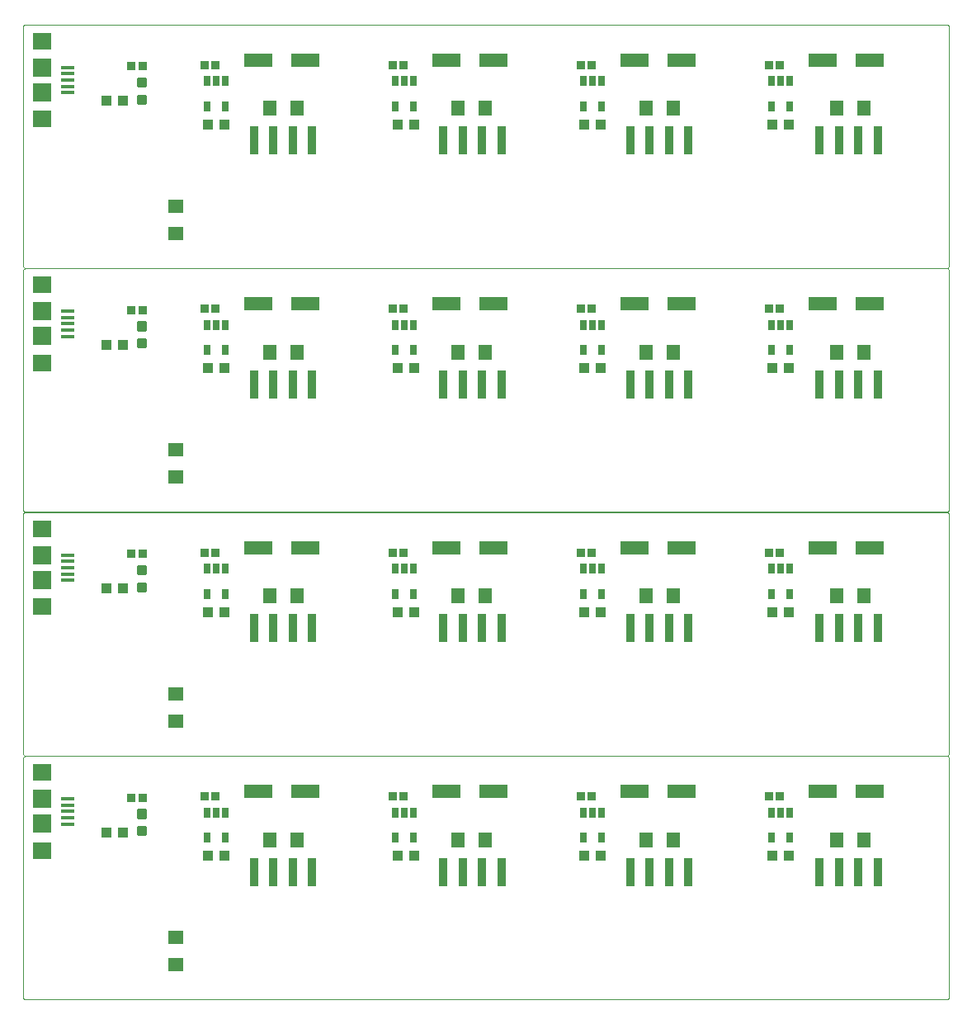
<source format=gtp>
G75*
G70*
%OFA0B0*%
%FSLAX24Y24*%
%IPPOS*%
%LPD*%
%AMOC8*
5,1,8,0,0,1.08239X$1,22.5*
%
%ADD10C,0.0000*%
%ADD11R,0.0354X0.1181*%
%ADD12R,0.0433X0.0394*%
%ADD13R,0.0630X0.0551*%
%ADD14R,0.0272X0.0390*%
%ADD15R,0.0551X0.0138*%
%ADD16R,0.0748X0.0709*%
%ADD17R,0.0748X0.0748*%
%ADD18R,0.0335X0.0354*%
%ADD19R,0.1181X0.0551*%
%ADD20R,0.0551X0.0630*%
%ADD21C,0.0118*%
D10*
X000800Y000900D02*
X000800Y010543D01*
X000802Y010560D01*
X000806Y010577D01*
X000813Y010593D01*
X000823Y010607D01*
X000836Y010620D01*
X000850Y010630D01*
X000866Y010637D01*
X000883Y010641D01*
X000900Y010643D01*
X038102Y010643D01*
X038102Y010650D02*
X000900Y010650D01*
X000883Y010652D01*
X000866Y010656D01*
X000850Y010663D01*
X000836Y010673D01*
X000823Y010686D01*
X000813Y010700D01*
X000806Y010716D01*
X000802Y010733D01*
X000800Y010750D01*
X000800Y020393D01*
X000802Y020410D01*
X000806Y020427D01*
X000813Y020443D01*
X000823Y020457D01*
X000836Y020470D01*
X000850Y020480D01*
X000866Y020487D01*
X000883Y020491D01*
X000900Y020493D01*
X038102Y020493D01*
X038102Y020500D02*
X000900Y020500D01*
X000883Y020502D01*
X000866Y020506D01*
X000850Y020513D01*
X000836Y020523D01*
X000823Y020536D01*
X000813Y020550D01*
X000806Y020566D01*
X000802Y020583D01*
X000800Y020600D01*
X000800Y030243D01*
X000802Y030260D01*
X000806Y030277D01*
X000813Y030293D01*
X000823Y030307D01*
X000836Y030320D01*
X000850Y030330D01*
X000866Y030337D01*
X000883Y030341D01*
X000900Y030343D01*
X038102Y030343D01*
X038102Y030350D02*
X000900Y030350D01*
X000883Y030352D01*
X000866Y030356D01*
X000850Y030363D01*
X000836Y030373D01*
X000823Y030386D01*
X000813Y030400D01*
X000806Y030416D01*
X000802Y030433D01*
X000800Y030450D01*
X000800Y040093D01*
X000802Y040110D01*
X000806Y040127D01*
X000813Y040143D01*
X000823Y040157D01*
X000836Y040170D01*
X000850Y040180D01*
X000866Y040187D01*
X000883Y040191D01*
X000900Y040193D01*
X038102Y040193D01*
X038119Y040191D01*
X038136Y040187D01*
X038152Y040180D01*
X038166Y040170D01*
X038179Y040157D01*
X038189Y040143D01*
X038196Y040127D01*
X038200Y040110D01*
X038202Y040093D01*
X038202Y030450D01*
X038200Y030433D01*
X038196Y030416D01*
X038189Y030400D01*
X038179Y030386D01*
X038166Y030373D01*
X038152Y030363D01*
X038136Y030356D01*
X038119Y030352D01*
X038102Y030350D01*
X038102Y030343D02*
X038119Y030341D01*
X038136Y030337D01*
X038152Y030330D01*
X038166Y030320D01*
X038179Y030307D01*
X038189Y030293D01*
X038196Y030277D01*
X038200Y030260D01*
X038202Y030243D01*
X038202Y020600D01*
X038200Y020583D01*
X038196Y020566D01*
X038189Y020550D01*
X038179Y020536D01*
X038166Y020523D01*
X038152Y020513D01*
X038136Y020506D01*
X038119Y020502D01*
X038102Y020500D01*
X038102Y020493D02*
X038119Y020491D01*
X038136Y020487D01*
X038152Y020480D01*
X038166Y020470D01*
X038179Y020457D01*
X038189Y020443D01*
X038196Y020427D01*
X038200Y020410D01*
X038202Y020393D01*
X038202Y010750D01*
X038200Y010733D01*
X038196Y010716D01*
X038189Y010700D01*
X038179Y010686D01*
X038166Y010673D01*
X038152Y010663D01*
X038136Y010656D01*
X038119Y010652D01*
X038102Y010650D01*
X038102Y010643D02*
X038119Y010641D01*
X038136Y010637D01*
X038152Y010630D01*
X038166Y010620D01*
X038179Y010607D01*
X038189Y010593D01*
X038196Y010577D01*
X038200Y010560D01*
X038202Y010543D01*
X038202Y000900D01*
X038200Y000883D01*
X038196Y000866D01*
X038189Y000850D01*
X038179Y000836D01*
X038166Y000823D01*
X038152Y000813D01*
X038136Y000806D01*
X038119Y000802D01*
X038102Y000800D01*
X000900Y000800D01*
X000883Y000802D01*
X000866Y000806D01*
X000850Y000813D01*
X000836Y000823D01*
X000823Y000836D01*
X000813Y000850D01*
X000806Y000866D01*
X000802Y000883D01*
X000800Y000900D01*
D11*
X010119Y005958D03*
X010906Y005958D03*
X011694Y005958D03*
X012481Y005958D03*
X017769Y005958D03*
X018556Y005958D03*
X019344Y005958D03*
X020131Y005958D03*
X025319Y005958D03*
X026106Y005958D03*
X026894Y005958D03*
X027681Y005958D03*
X032969Y005958D03*
X033756Y005958D03*
X034544Y005958D03*
X035331Y005958D03*
X035331Y015808D03*
X034544Y015808D03*
X033756Y015808D03*
X032969Y015808D03*
X027681Y015808D03*
X026894Y015808D03*
X026106Y015808D03*
X025319Y015808D03*
X020131Y015808D03*
X019344Y015808D03*
X018556Y015808D03*
X017769Y015808D03*
X012481Y015808D03*
X011694Y015808D03*
X010906Y015808D03*
X010119Y015808D03*
X010119Y025658D03*
X010906Y025658D03*
X011694Y025658D03*
X012481Y025658D03*
X017769Y025658D03*
X018556Y025658D03*
X019344Y025658D03*
X020131Y025658D03*
X025319Y025658D03*
X026106Y025658D03*
X026894Y025658D03*
X027681Y025658D03*
X032969Y025658D03*
X033756Y025658D03*
X034544Y025658D03*
X035331Y025658D03*
X035331Y035508D03*
X034544Y035508D03*
X033756Y035508D03*
X032969Y035508D03*
X027681Y035508D03*
X026894Y035508D03*
X026106Y035508D03*
X025319Y035508D03*
X020131Y035508D03*
X019344Y035508D03*
X018556Y035508D03*
X017769Y035508D03*
X012481Y035508D03*
X011694Y035508D03*
X010906Y035508D03*
X010119Y035508D03*
D12*
X008935Y036150D03*
X008265Y036150D03*
X004835Y037100D03*
X004165Y037100D03*
X004165Y027250D03*
X004835Y027250D03*
X008265Y026300D03*
X008935Y026300D03*
X015915Y026300D03*
X016585Y026300D03*
X023465Y026300D03*
X024135Y026300D03*
X031065Y026300D03*
X031735Y026300D03*
X031735Y036150D03*
X031065Y036150D03*
X024135Y036150D03*
X023465Y036150D03*
X016585Y036150D03*
X015915Y036150D03*
X004835Y017400D03*
X004165Y017400D03*
X008265Y016450D03*
X008935Y016450D03*
X015915Y016450D03*
X016585Y016450D03*
X023465Y016450D03*
X024135Y016450D03*
X031065Y016450D03*
X031735Y016450D03*
X031735Y006600D03*
X031065Y006600D03*
X024135Y006600D03*
X023465Y006600D03*
X016585Y006600D03*
X015915Y006600D03*
X008935Y006600D03*
X008265Y006600D03*
X004835Y007550D03*
X004165Y007550D03*
D13*
X006950Y003301D03*
X006950Y002199D03*
X006950Y012049D03*
X006950Y013151D03*
X006950Y021899D03*
X006950Y023001D03*
X006950Y031749D03*
X006950Y032851D03*
D14*
X008226Y036888D03*
X008974Y036888D03*
X008974Y037908D03*
X008600Y037908D03*
X008226Y037908D03*
X015826Y037908D03*
X016200Y037908D03*
X016574Y037908D03*
X016574Y036888D03*
X015826Y036888D03*
X023426Y036888D03*
X024174Y036888D03*
X024174Y037908D03*
X023800Y037908D03*
X023426Y037908D03*
X031026Y037908D03*
X031400Y037908D03*
X031774Y037908D03*
X031774Y036888D03*
X031026Y036888D03*
X031026Y028058D03*
X031400Y028058D03*
X031774Y028058D03*
X031774Y027038D03*
X031026Y027038D03*
X024174Y027038D03*
X023426Y027038D03*
X023426Y028058D03*
X023800Y028058D03*
X024174Y028058D03*
X016574Y028058D03*
X016200Y028058D03*
X015826Y028058D03*
X015826Y027038D03*
X016574Y027038D03*
X008974Y027038D03*
X008226Y027038D03*
X008226Y028058D03*
X008600Y028058D03*
X008974Y028058D03*
X008974Y018208D03*
X008600Y018208D03*
X008226Y018208D03*
X008226Y017188D03*
X008974Y017188D03*
X015826Y017188D03*
X016574Y017188D03*
X016574Y018208D03*
X016200Y018208D03*
X015826Y018208D03*
X023426Y018208D03*
X023800Y018208D03*
X024174Y018208D03*
X024174Y017188D03*
X023426Y017188D03*
X031026Y017188D03*
X031774Y017188D03*
X031774Y018208D03*
X031400Y018208D03*
X031026Y018208D03*
X031026Y008358D03*
X031400Y008358D03*
X031774Y008358D03*
X031774Y007338D03*
X031026Y007338D03*
X024174Y007338D03*
X023426Y007338D03*
X023426Y008358D03*
X023800Y008358D03*
X024174Y008358D03*
X016574Y008358D03*
X016200Y008358D03*
X015826Y008358D03*
X015826Y007338D03*
X016574Y007338D03*
X008974Y007338D03*
X008226Y007338D03*
X008226Y008358D03*
X008600Y008358D03*
X008974Y008358D03*
D15*
X002593Y008400D03*
X002593Y008144D03*
X002593Y007888D03*
X002593Y008656D03*
X002593Y008912D03*
X002593Y017738D03*
X002593Y017994D03*
X002593Y018250D03*
X002593Y018506D03*
X002593Y018762D03*
X002593Y027588D03*
X002593Y027844D03*
X002593Y028100D03*
X002593Y028356D03*
X002593Y028612D03*
X002593Y037438D03*
X002593Y037694D03*
X002593Y037950D03*
X002593Y038206D03*
X002593Y038462D03*
D16*
X001550Y039525D03*
X001550Y036375D03*
X001550Y029675D03*
X001550Y026525D03*
X001550Y019825D03*
X001550Y016675D03*
X001550Y009975D03*
X001550Y006825D03*
D17*
X001550Y007900D03*
X001550Y008900D03*
X001550Y017750D03*
X001550Y018750D03*
X001550Y027600D03*
X001550Y028600D03*
X001550Y037450D03*
X001550Y038450D03*
D18*
X005172Y038500D03*
X005628Y038500D03*
X008122Y038550D03*
X008578Y038550D03*
X015722Y038550D03*
X016178Y038550D03*
X023322Y038550D03*
X023778Y038550D03*
X030922Y038550D03*
X031378Y038550D03*
X031378Y028700D03*
X030922Y028700D03*
X023778Y028700D03*
X023322Y028700D03*
X016178Y028700D03*
X015722Y028700D03*
X008578Y028700D03*
X008122Y028700D03*
X005628Y028650D03*
X005172Y028650D03*
X005172Y018800D03*
X005628Y018800D03*
X008122Y018850D03*
X008578Y018850D03*
X015722Y018850D03*
X016178Y018850D03*
X023322Y018850D03*
X023778Y018850D03*
X030922Y018850D03*
X031378Y018850D03*
X031378Y009000D03*
X030922Y009000D03*
X023778Y009000D03*
X023322Y009000D03*
X016178Y009000D03*
X015722Y009000D03*
X008578Y009000D03*
X008122Y009000D03*
X005628Y008950D03*
X005172Y008950D03*
D19*
X010305Y009200D03*
X012195Y009200D03*
X017905Y009200D03*
X019795Y009200D03*
X025505Y009200D03*
X027395Y009200D03*
X033105Y009200D03*
X034995Y009200D03*
X034995Y019050D03*
X033105Y019050D03*
X027395Y019050D03*
X025505Y019050D03*
X019795Y019050D03*
X017905Y019050D03*
X012195Y019050D03*
X010305Y019050D03*
X010305Y028900D03*
X012195Y028900D03*
X017905Y028900D03*
X019795Y028900D03*
X025505Y028900D03*
X027395Y028900D03*
X033105Y028900D03*
X034995Y028900D03*
X034995Y038750D03*
X033105Y038750D03*
X027395Y038750D03*
X025505Y038750D03*
X019795Y038750D03*
X017905Y038750D03*
X012195Y038750D03*
X010305Y038750D03*
D20*
X010749Y036800D03*
X011851Y036800D03*
X018349Y036800D03*
X019451Y036800D03*
X025949Y036800D03*
X027051Y036800D03*
X033649Y036800D03*
X034751Y036800D03*
X034751Y026950D03*
X033649Y026950D03*
X027051Y026950D03*
X025949Y026950D03*
X019451Y026950D03*
X018349Y026950D03*
X011851Y026950D03*
X010749Y026950D03*
X010749Y017100D03*
X011851Y017100D03*
X018349Y017100D03*
X019451Y017100D03*
X025949Y017100D03*
X027051Y017100D03*
X033649Y017100D03*
X034751Y017100D03*
X034751Y007250D03*
X033649Y007250D03*
X027051Y007250D03*
X025949Y007250D03*
X019451Y007250D03*
X018349Y007250D03*
X011851Y007250D03*
X010749Y007250D03*
D21*
X005738Y007467D02*
X005462Y007467D01*
X005462Y007743D01*
X005738Y007743D01*
X005738Y007467D01*
X005738Y007584D02*
X005462Y007584D01*
X005462Y007701D02*
X005738Y007701D01*
X005738Y008157D02*
X005462Y008157D01*
X005462Y008433D01*
X005738Y008433D01*
X005738Y008157D01*
X005738Y008274D02*
X005462Y008274D01*
X005462Y008391D02*
X005738Y008391D01*
X005738Y017317D02*
X005462Y017317D01*
X005462Y017593D01*
X005738Y017593D01*
X005738Y017317D01*
X005738Y017434D02*
X005462Y017434D01*
X005462Y017551D02*
X005738Y017551D01*
X005738Y018007D02*
X005462Y018007D01*
X005462Y018283D01*
X005738Y018283D01*
X005738Y018007D01*
X005738Y018124D02*
X005462Y018124D01*
X005462Y018241D02*
X005738Y018241D01*
X005738Y027167D02*
X005462Y027167D01*
X005462Y027443D01*
X005738Y027443D01*
X005738Y027167D01*
X005738Y027284D02*
X005462Y027284D01*
X005462Y027401D02*
X005738Y027401D01*
X005738Y027857D02*
X005462Y027857D01*
X005462Y028133D01*
X005738Y028133D01*
X005738Y027857D01*
X005738Y027974D02*
X005462Y027974D01*
X005462Y028091D02*
X005738Y028091D01*
X005738Y037017D02*
X005462Y037017D01*
X005462Y037293D01*
X005738Y037293D01*
X005738Y037017D01*
X005738Y037134D02*
X005462Y037134D01*
X005462Y037251D02*
X005738Y037251D01*
X005738Y037707D02*
X005462Y037707D01*
X005462Y037983D01*
X005738Y037983D01*
X005738Y037707D01*
X005738Y037824D02*
X005462Y037824D01*
X005462Y037941D02*
X005738Y037941D01*
M02*

</source>
